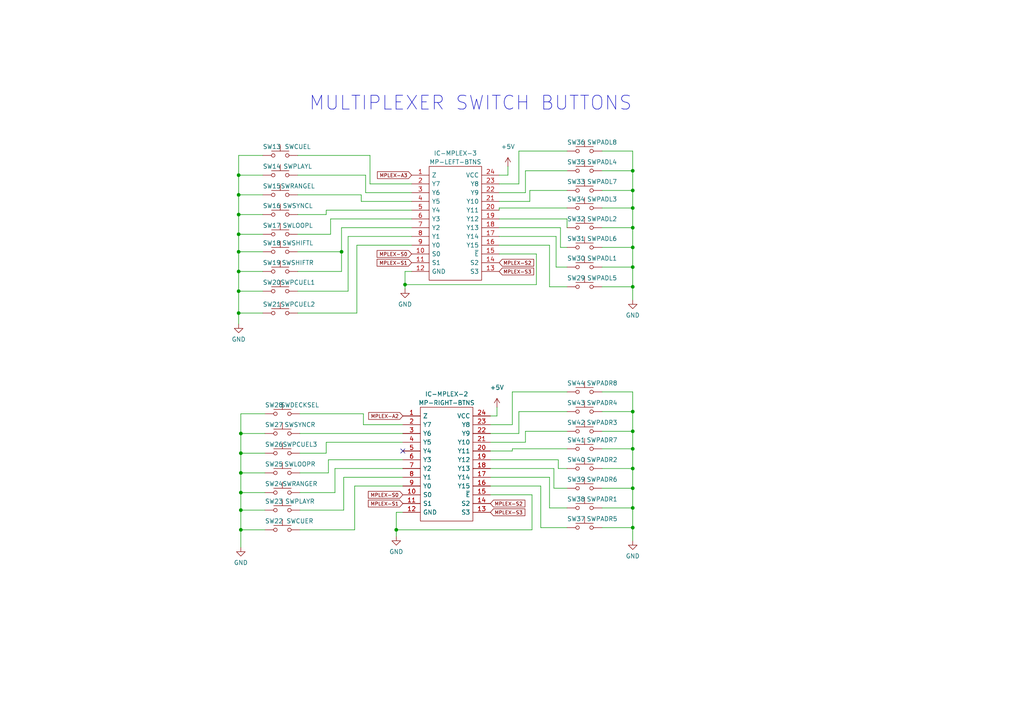
<source format=kicad_sch>
(kicad_sch (version 20210621) (generator eeschema)
  (paper "A4")
  (lib_symbols
    (symbol "mixduino-mk2:74HC4067D,653" (pin_names (offset 0.762))
      (property "Reference" "IC-POTS-1" (at 12.7 6.35 0))
      (property "Value" "74HC4067D,653" (at 12.7 3.81 0))
      (symbol "74HC4067D,653_0_0"
        (pin passive line (at 0 0 0) (length 5.08) (name "Z") (number "1"))
        (pin passive line (at 0 -22.86 0) (length 5.08) (name "S0") (number "10"))
        (pin passive line (at 0 -25.4 0) (length 5.08) (name "S1") (number "11"))
        (pin passive line (at 0 -27.94 0) (length 5.08) (name "GND") (number "12"))
        (pin passive line (at 25.4 -27.94 180) (length 5.08) (name "S3") (number "13"))
        (pin passive line (at 25.4 -25.4 180) (length 5.08) (name "S2") (number "14"))
        (pin passive line (at 25.4 -22.86 180) (length 5.08) (name "~{E}") (number "15"))
        (pin passive line (at 25.4 -20.32 180) (length 5.08) (name "Y15") (number "16"))
        (pin passive line (at 25.4 -17.78 180) (length 5.08) (name "Y14") (number "17"))
        (pin passive line (at 25.4 -15.24 180) (length 5.08) (name "Y13") (number "18"))
        (pin passive line (at 25.4 -12.7 180) (length 5.08) (name "Y12") (number "19"))
        (pin passive line (at 0 -2.54 0) (length 5.08) (name "Y7") (number "2"))
        (pin passive line (at 25.4 -10.16 180) (length 5.08) (name "Y11") (number "20"))
        (pin passive line (at 25.4 -7.62 180) (length 5.08) (name "Y10") (number "21"))
        (pin passive line (at 25.4 -5.08 180) (length 5.08) (name "Y9") (number "22"))
        (pin passive line (at 25.4 -2.54 180) (length 5.08) (name "Y8") (number "23"))
        (pin passive line (at 25.4 0 180) (length 5.08) (name "VCC") (number "24"))
        (pin passive line (at 0 -5.08 0) (length 5.08) (name "Y6") (number "3"))
        (pin passive line (at 0 -7.62 0) (length 5.08) (name "Y5") (number "4"))
        (pin passive line (at 0 -10.16 0) (length 5.08) (name "Y4") (number "5"))
        (pin passive line (at 0 -12.7 0) (length 5.08) (name "Y3") (number "6"))
        (pin passive line (at 0 -15.24 0) (length 5.08) (name "Y2") (number "7"))
        (pin passive line (at 0 -17.78 0) (length 5.08) (name "Y1") (number "8"))
        (pin passive line (at 0 -20.32 0) (length 5.08) (name "Y0") (number "9"))
      )
      (symbol "74HC4067D,653_0_1"
        (polyline (pts (xy 5.08 2.54) (xy 20.32 2.54) (xy 20.32 -30.48) (xy 5.08 -30.48) (xy 5.08 2.54)) (stroke (width 0.1524)))
      )
    )
    (symbol "mixduino-mk2:SW_Push" (pin_numbers hide) (pin_names (offset 1.016) hide)
      (property "Reference" "SW" (at -5.08 2.54 0))
      (property "Value" "SW_Push" (at 5.08 2.54 0))
      (symbol "SW_Push_0_1"
        (circle (center -2.032 0) (radius 0.508))
        (circle (center 2.032 0) (radius 0.508))
        (polyline (pts (xy 0 1.27) (xy 0 3.048)))
        (polyline (pts (xy 2.54 1.27) (xy -2.54 1.27)))
        (pin passive line (at -5.08 0 0) (length 2.54) (name "1") (number "1"))
        (pin passive line (at 5.08 0 180) (length 2.54) (name "2") (number "2"))
      )
    )
    (symbol "power:+5V" (power) (pin_names (offset 0))
      (property "Value" "+5V" (at 0 3.556 0))
      (symbol "+5V_0_1"
        (polyline (pts (xy -0.762 1.27) (xy 0 2.54)))
        (polyline (pts (xy 0 0) (xy 0 2.54)))
        (polyline (pts (xy 0 2.54) (xy 0.762 1.27)))
      )
      (symbol "+5V_1_1"
        (pin power_in line (at 0 0 90) (length 0) hide (name "+5V") (number "1"))
      )
    )
    (symbol "power:GND" (power) (pin_names (offset 0))
      (property "Value" "GND" (at 0 -3.81 0))
      (symbol "GND_0_1"
        (polyline (pts (xy 0 0) (xy 0 -1.27) (xy 1.27 -1.27) (xy 0 -2.54) (xy -1.27 -1.27) (xy 0 -1.27)))
      )
      (symbol "GND_1_1"
        (pin power_in line (at 0 0 270) (length 0) hide (name "GND") (number "1"))
      )
    )
  )
  (junction (at 69.215 50.8))
  (junction (at 69.215 56.515))
  (junction (at 69.215 62.23))
  (junction (at 69.215 67.945))
  (junction (at 69.215 73.025))
  (junction (at 69.215 78.74))
  (junction (at 69.215 84.455))
  (junction (at 69.215 90.805))
  (junction (at 69.85 125.73))
  (junction (at 69.85 131.445))
  (junction (at 69.85 137.16))
  (junction (at 69.85 142.875))
  (junction (at 69.85 147.955))
  (junction (at 69.85 153.67))
  (junction (at 99.06 73.025))
  (junction (at 114.935 153.67))
  (junction (at 117.475 82.55))
  (junction (at 183.515 49.53))
  (junction (at 183.515 55.245))
  (junction (at 183.515 60.325))
  (junction (at 183.515 66.04))
  (junction (at 183.515 71.755))
  (junction (at 183.515 77.47))
  (junction (at 183.515 83.185))
  (junction (at 183.515 119.38))
  (junction (at 183.515 125.095))
  (junction (at 183.515 130.175))
  (junction (at 183.515 135.89))
  (junction (at 183.515 141.605))
  (junction (at 183.515 147.32))
  (junction (at 183.515 153.035))
  (no_connect (at 116.84 130.81))
  (wire (pts (xy 69.215 45.085) (xy 69.215 50.8)))
  (wire (pts (xy 69.215 50.8) (xy 69.215 56.515)))
  (wire (pts (xy 69.215 56.515) (xy 69.215 62.23)))
  (wire (pts (xy 69.215 62.23) (xy 69.215 67.945)))
  (wire (pts (xy 69.215 67.945) (xy 69.215 73.025)))
  (wire (pts (xy 69.215 78.74) (xy 69.215 73.025)))
  (wire (pts (xy 69.215 78.74) (xy 69.215 84.455)))
  (wire (pts (xy 69.215 84.455) (xy 69.215 90.805)))
  (wire (pts (xy 69.215 90.805) (xy 69.215 93.98)))
  (wire (pts (xy 69.85 120.015) (xy 69.85 125.73)))
  (wire (pts (xy 69.85 125.73) (xy 69.85 131.445)))
  (wire (pts (xy 69.85 131.445) (xy 69.85 137.16)))
  (wire (pts (xy 69.85 137.16) (xy 69.85 142.875)))
  (wire (pts (xy 69.85 142.875) (xy 69.85 147.955)))
  (wire (pts (xy 69.85 147.955) (xy 69.85 153.67)))
  (wire (pts (xy 69.85 153.67) (xy 76.835 153.67)))
  (wire (pts (xy 69.85 158.75) (xy 69.85 153.67)))
  (wire (pts (xy 76.2 45.085) (xy 69.215 45.085)))
  (wire (pts (xy 76.2 50.8) (xy 69.215 50.8)))
  (wire (pts (xy 76.2 56.515) (xy 69.215 56.515)))
  (wire (pts (xy 76.2 62.23) (xy 69.215 62.23)))
  (wire (pts (xy 76.2 67.945) (xy 69.215 67.945)))
  (wire (pts (xy 76.2 73.025) (xy 69.215 73.025)))
  (wire (pts (xy 76.2 78.74) (xy 69.215 78.74)))
  (wire (pts (xy 76.2 84.455) (xy 69.215 84.455)))
  (wire (pts (xy 76.2 90.805) (xy 69.215 90.805)))
  (wire (pts (xy 76.835 120.015) (xy 69.85 120.015)))
  (wire (pts (xy 76.835 125.73) (xy 69.85 125.73)))
  (wire (pts (xy 76.835 131.445) (xy 69.85 131.445)))
  (wire (pts (xy 76.835 137.16) (xy 69.85 137.16)))
  (wire (pts (xy 76.835 142.875) (xy 69.85 142.875)))
  (wire (pts (xy 76.835 147.955) (xy 69.85 147.955)))
  (wire (pts (xy 86.36 45.085) (xy 107.315 45.085)))
  (wire (pts (xy 86.36 50.8) (xy 106.045 50.8)))
  (wire (pts (xy 86.36 62.23) (xy 94.615 62.23)))
  (wire (pts (xy 86.36 67.945) (xy 95.885 67.945)))
  (wire (pts (xy 86.36 78.74) (xy 99.06 78.74)))
  (wire (pts (xy 86.36 90.805) (xy 103.505 90.805)))
  (wire (pts (xy 86.995 120.015) (xy 105.41 120.015)))
  (wire (pts (xy 86.995 125.73) (xy 116.84 125.73)))
  (wire (pts (xy 86.995 131.445) (xy 94.615 131.445)))
  (wire (pts (xy 86.995 137.16) (xy 95.25 137.16)))
  (wire (pts (xy 86.995 153.67) (xy 102.87 153.67)))
  (wire (pts (xy 94.615 60.96) (xy 119.38 60.96)))
  (wire (pts (xy 94.615 62.23) (xy 94.615 60.96)))
  (wire (pts (xy 94.615 128.27) (xy 116.84 128.27)))
  (wire (pts (xy 94.615 131.445) (xy 94.615 128.27)))
  (wire (pts (xy 95.25 133.35) (xy 116.84 133.35)))
  (wire (pts (xy 95.25 137.16) (xy 95.25 133.35)))
  (wire (pts (xy 95.885 63.5) (xy 119.38 63.5)))
  (wire (pts (xy 95.885 67.945) (xy 95.885 63.5)))
  (wire (pts (xy 97.155 135.89) (xy 97.155 142.875)))
  (wire (pts (xy 97.155 142.875) (xy 86.995 142.875)))
  (wire (pts (xy 99.06 66.04) (xy 99.06 73.025)))
  (wire (pts (xy 99.06 73.025) (xy 86.36 73.025)))
  (wire (pts (xy 99.06 78.74) (xy 99.06 73.025)))
  (wire (pts (xy 99.695 138.43) (xy 99.695 147.955)))
  (wire (pts (xy 99.695 147.955) (xy 86.995 147.955)))
  (wire (pts (xy 100.965 68.58) (xy 100.965 84.455)))
  (wire (pts (xy 100.965 84.455) (xy 86.36 84.455)))
  (wire (pts (xy 102.87 140.97) (xy 102.87 153.67)))
  (wire (pts (xy 102.87 140.97) (xy 116.84 140.97)))
  (wire (pts (xy 103.505 71.12) (xy 103.505 90.805)))
  (wire (pts (xy 103.505 71.12) (xy 119.38 71.12)))
  (wire (pts (xy 104.775 56.515) (xy 86.36 56.515)))
  (wire (pts (xy 104.775 58.42) (xy 104.775 56.515)))
  (wire (pts (xy 105.41 120.015) (xy 105.41 123.19)))
  (wire (pts (xy 105.41 123.19) (xy 116.84 123.19)))
  (wire (pts (xy 106.045 50.8) (xy 106.045 55.88)))
  (wire (pts (xy 106.045 55.88) (xy 119.38 55.88)))
  (wire (pts (xy 107.315 45.085) (xy 107.315 53.34)))
  (wire (pts (xy 107.315 53.34) (xy 119.38 53.34)))
  (wire (pts (xy 114.935 148.59) (xy 114.935 153.67)))
  (wire (pts (xy 114.935 153.67) (xy 114.935 155.575)))
  (wire (pts (xy 116.84 135.89) (xy 97.155 135.89)))
  (wire (pts (xy 116.84 138.43) (xy 99.695 138.43)))
  (wire (pts (xy 116.84 148.59) (xy 114.935 148.59)))
  (wire (pts (xy 117.475 78.74) (xy 117.475 82.55)))
  (wire (pts (xy 117.475 82.55) (xy 117.475 83.82)))
  (wire (pts (xy 119.38 58.42) (xy 104.775 58.42)))
  (wire (pts (xy 119.38 66.04) (xy 99.06 66.04)))
  (wire (pts (xy 119.38 68.58) (xy 100.965 68.58)))
  (wire (pts (xy 119.38 78.74) (xy 117.475 78.74)))
  (wire (pts (xy 142.24 128.27) (xy 152.4 128.27)))
  (wire (pts (xy 142.24 133.35) (xy 161.925 133.35)))
  (wire (pts (xy 142.24 135.89) (xy 160.655 135.89)))
  (wire (pts (xy 142.24 140.97) (xy 156.845 140.97)))
  (wire (pts (xy 142.24 143.51) (xy 154.305 143.51)))
  (wire (pts (xy 144.145 118.11) (xy 144.145 120.65)))
  (wire (pts (xy 144.145 120.65) (xy 142.24 120.65)))
  (wire (pts (xy 144.78 55.88) (xy 152.4 55.88)))
  (wire (pts (xy 144.78 60.325) (xy 144.78 60.96)))
  (wire (pts (xy 144.78 60.325) (xy 164.465 60.325)))
  (wire (pts (xy 144.78 63.5) (xy 164.465 63.5)))
  (wire (pts (xy 144.78 68.58) (xy 161.29 68.58)))
  (wire (pts (xy 144.78 73.66) (xy 155.575 73.66)))
  (wire (pts (xy 147.32 48.26) (xy 147.32 50.8)))
  (wire (pts (xy 147.32 50.8) (xy 144.78 50.8)))
  (wire (pts (xy 148.59 113.665) (xy 148.59 123.19)))
  (wire (pts (xy 148.59 123.19) (xy 142.24 123.19)))
  (wire (pts (xy 148.59 130.175) (xy 148.59 130.81)))
  (wire (pts (xy 148.59 130.81) (xy 142.24 130.81)))
  (wire (pts (xy 150.495 43.815) (xy 150.495 53.34)))
  (wire (pts (xy 150.495 53.34) (xy 144.78 53.34)))
  (wire (pts (xy 150.495 119.38) (xy 150.495 125.73)))
  (wire (pts (xy 150.495 125.73) (xy 142.24 125.73)))
  (wire (pts (xy 152.4 49.53) (xy 164.465 49.53)))
  (wire (pts (xy 152.4 55.88) (xy 152.4 49.53)))
  (wire (pts (xy 152.4 125.095) (xy 164.465 125.095)))
  (wire (pts (xy 152.4 128.27) (xy 152.4 125.095)))
  (wire (pts (xy 153.67 55.245) (xy 153.67 58.42)))
  (wire (pts (xy 153.67 55.245) (xy 164.465 55.245)))
  (wire (pts (xy 153.67 58.42) (xy 144.78 58.42)))
  (wire (pts (xy 154.305 143.51) (xy 154.305 153.67)))
  (wire (pts (xy 154.305 153.67) (xy 114.935 153.67)))
  (wire (pts (xy 155.575 73.66) (xy 155.575 82.55)))
  (wire (pts (xy 155.575 82.55) (xy 117.475 82.55)))
  (wire (pts (xy 156.845 140.97) (xy 156.845 153.035)))
  (wire (pts (xy 156.845 153.035) (xy 164.465 153.035)))
  (wire (pts (xy 159.385 71.12) (xy 144.78 71.12)))
  (wire (pts (xy 159.385 83.185) (xy 159.385 71.12)))
  (wire (pts (xy 159.385 138.43) (xy 142.24 138.43)))
  (wire (pts (xy 159.385 147.32) (xy 159.385 138.43)))
  (wire (pts (xy 160.655 135.89) (xy 160.655 141.605)))
  (wire (pts (xy 160.655 141.605) (xy 164.465 141.605)))
  (wire (pts (xy 161.29 68.58) (xy 161.29 77.47)))
  (wire (pts (xy 161.29 77.47) (xy 164.465 77.47)))
  (wire (pts (xy 161.925 133.35) (xy 161.925 135.89)))
  (wire (pts (xy 161.925 135.89) (xy 164.465 135.89)))
  (wire (pts (xy 162.56 66.04) (xy 144.78 66.04)))
  (wire (pts (xy 162.56 71.755) (xy 162.56 66.04)))
  (wire (pts (xy 164.465 43.815) (xy 150.495 43.815)))
  (wire (pts (xy 164.465 63.5) (xy 164.465 66.04)))
  (wire (pts (xy 164.465 71.755) (xy 162.56 71.755)))
  (wire (pts (xy 164.465 83.185) (xy 159.385 83.185)))
  (wire (pts (xy 164.465 113.665) (xy 148.59 113.665)))
  (wire (pts (xy 164.465 119.38) (xy 150.495 119.38)))
  (wire (pts (xy 164.465 130.175) (xy 148.59 130.175)))
  (wire (pts (xy 164.465 147.32) (xy 159.385 147.32)))
  (wire (pts (xy 174.625 43.815) (xy 183.515 43.815)))
  (wire (pts (xy 174.625 49.53) (xy 183.515 49.53)))
  (wire (pts (xy 174.625 60.325) (xy 183.515 60.325)))
  (wire (pts (xy 174.625 66.04) (xy 183.515 66.04)))
  (wire (pts (xy 174.625 71.755) (xy 183.515 71.755)))
  (wire (pts (xy 174.625 77.47) (xy 183.515 77.47)))
  (wire (pts (xy 174.625 83.185) (xy 183.515 83.185)))
  (wire (pts (xy 174.625 113.665) (xy 183.515 113.665)))
  (wire (pts (xy 174.625 119.38) (xy 183.515 119.38)))
  (wire (pts (xy 174.625 130.175) (xy 183.515 130.175)))
  (wire (pts (xy 174.625 135.89) (xy 183.515 135.89)))
  (wire (pts (xy 174.625 141.605) (xy 183.515 141.605)))
  (wire (pts (xy 174.625 147.32) (xy 183.515 147.32)))
  (wire (pts (xy 174.625 153.035) (xy 183.515 153.035)))
  (wire (pts (xy 183.515 43.815) (xy 183.515 49.53)))
  (wire (pts (xy 183.515 49.53) (xy 183.515 55.245)))
  (wire (pts (xy 183.515 55.245) (xy 174.625 55.245)))
  (wire (pts (xy 183.515 60.325) (xy 183.515 55.245)))
  (wire (pts (xy 183.515 66.04) (xy 183.515 60.325)))
  (wire (pts (xy 183.515 71.755) (xy 183.515 66.04)))
  (wire (pts (xy 183.515 77.47) (xy 183.515 71.755)))
  (wire (pts (xy 183.515 83.185) (xy 183.515 77.47)))
  (wire (pts (xy 183.515 83.185) (xy 183.515 86.995)))
  (wire (pts (xy 183.515 113.665) (xy 183.515 119.38)))
  (wire (pts (xy 183.515 119.38) (xy 183.515 125.095)))
  (wire (pts (xy 183.515 125.095) (xy 174.625 125.095)))
  (wire (pts (xy 183.515 130.175) (xy 183.515 125.095)))
  (wire (pts (xy 183.515 135.89) (xy 183.515 130.175)))
  (wire (pts (xy 183.515 141.605) (xy 183.515 135.89)))
  (wire (pts (xy 183.515 147.32) (xy 183.515 141.605)))
  (wire (pts (xy 183.515 153.035) (xy 183.515 147.32)))
  (wire (pts (xy 183.515 153.035) (xy 183.515 156.845)))
  (text "MULTIPLEXER SWITCH BUTTONS" (at 89.535 32.385 0) (effects (font (size 4.016 4.016)) (justify left bottom)))
  (global_label "MPLEX-A2" (shape input) (at 116.84 120.65 180) (effects (font (size 1.016 1.016))) (property "Intersheet References" "${INTERSHEET_REFS}" (effects hide)))
  (global_label "MPLEX-S0" (shape input) (at 116.84 143.51 180) (effects (font (size 1.016 1.016))) (property "Intersheet References" "${INTERSHEET_REFS}" (effects hide)))
  (global_label "MPLEX-S1" (shape input) (at 116.84 146.05 180) (effects (font (size 1.016 1.016))) (property "Intersheet References" "${INTERSHEET_REFS}" (effects hide)))
  (global_label "MPLEX-A3" (shape input) (at 119.38 50.8 180) (effects (font (size 1.016 1.016))) (property "Intersheet References" "${INTERSHEET_REFS}" (effects hide)))
  (global_label "MPLEX-S0" (shape input) (at 119.38 73.66 180) (effects (font (size 1.016 1.016))) (property "Intersheet References" "${INTERSHEET_REFS}" (effects hide)))
  (global_label "MPLEX-S1" (shape input) (at 119.38 76.2 180) (effects (font (size 1.016 1.016))) (property "Intersheet References" "${INTERSHEET_REFS}" (effects hide)))
  (global_label "MPLEX-S2" (shape input) (at 142.24 146.05 0) (effects (font (size 1.016 1.016))) (property "Intersheet References" "${INTERSHEET_REFS}" (effects hide)))
  (global_label "MPLEX-S3" (shape input) (at 142.24 148.59 0) (effects (font (size 1.016 1.016))) (property "Intersheet References" "${INTERSHEET_REFS}" (effects hide)))
  (global_label "MPLEX-S2" (shape input) (at 144.78 76.2 0) (effects (font (size 1.016 1.016))) (property "Intersheet References" "${INTERSHEET_REFS}" (effects hide)))
  (global_label "MPLEX-S3" (shape input) (at 144.78 78.74 0) (effects (font (size 1.016 1.016))) (property "Intersheet References" "${INTERSHEET_REFS}" (effects hide)))
  (symbol (lib_id "power:+5V") (at 144.145 118.11 0) (unit 1)
    (property "Reference" "#PWR066" (effects hide))
    (property "Value" "+5V" (at 144.145 112.395 0))
  )
  (symbol (lib_id "power:+5V") (at 147.32 48.26 0) (unit 1)
    (property "Reference" "#PWR067" (effects hide))
    (property "Value" "+5V" (at 147.32 42.545 0))
  )
  (symbol (lib_id "power:GND") (at 69.215 93.98 0) (unit 1)
    (property "Reference" "#PWR062" (effects hide))
    (property "Value" "GND" (at 69.215 98.425 0))
  )
  (symbol (lib_id "power:GND") (at 69.85 158.75 0) (unit 1)
    (property "Reference" "#PWR063" (effects hide))
    (property "Value" "GND" (at 69.85 163.195 0))
  )
  (symbol (lib_id "power:GND") (at 114.935 155.575 0) (unit 1)
    (property "Reference" "#PWR064" (effects hide))
    (property "Value" "GND" (at 114.935 160.02 0))
  )
  (symbol (lib_id "power:GND") (at 117.475 83.82 0) (unit 1)
    (property "Reference" "#PWR065" (effects hide))
    (property "Value" "GND" (at 117.475 88.265 0))
  )
  (symbol (lib_id "power:GND") (at 183.515 86.995 0) (unit 1)
    (property "Reference" "#PWR068" (effects hide))
    (property "Value" "GND" (at 183.515 91.44 0))
  )
  (symbol (lib_id "power:GND") (at 183.515 156.845 0) (unit 1)
    (property "Reference" "#PWR069" (effects hide))
    (property "Value" "GND" (at 183.515 161.29 0))
  )
  (symbol (lib_id "mixduino-mk2:SW_Push") (at 81.28 45.085 0) (unit 1)
    (property "Reference" "SW13" (at 76.2 42.545 0) (effects (justify left)))
    (property "Value" "SWCUEL" (at 86.36 42.545 0))
    (property "Footprint" "Library:SW_Push_1P1T_NO_6x6mm_H8mm" (effects hide))
  )
  (symbol (lib_id "mixduino-mk2:SW_Push") (at 81.28 50.8 0) (unit 1)
    (property "Reference" "SW14" (at 76.2 48.26 0) (effects (justify left)))
    (property "Value" "SWPLAYL" (at 86.36 48.26 0))
    (property "Footprint" "Library:SW_Push_1P1T_NO_6x6mm_H8mm" (effects hide))
  )
  (symbol (lib_id "mixduino-mk2:SW_Push") (at 81.28 56.515 0) (unit 1)
    (property "Reference" "SW15" (at 76.2 53.975 0) (effects (justify left)))
    (property "Value" "SWRANGEL" (at 86.36 53.975 0))
    (property "Footprint" "Library:SW_Push_1P1T_NO_6x6mm_H8mm" (effects hide))
  )
  (symbol (lib_id "mixduino-mk2:SW_Push") (at 81.28 62.23 0) (unit 1)
    (property "Reference" "SW16" (at 76.2 59.69 0) (effects (justify left)))
    (property "Value" "SWSYNCL" (at 86.36 59.69 0))
    (property "Footprint" "Library:SW_Push_1P1T_NO_6x6mm_H8mm" (effects hide))
  )
  (symbol (lib_id "mixduino-mk2:SW_Push") (at 81.28 67.945 0) (unit 1)
    (property "Reference" "SW17" (at 76.2 65.405 0) (effects (justify left)))
    (property "Value" "SWLOOPL" (at 86.36 65.405 0))
    (property "Footprint" "Library:SW_Push_1P1T_NO_6x6mm_H8mm" (effects hide))
  )
  (symbol (lib_id "mixduino-mk2:SW_Push") (at 81.28 73.025 0) (unit 1)
    (property "Reference" "SW18" (at 76.2 70.485 0) (effects (justify left)))
    (property "Value" "SWSHIFTL" (at 86.36 70.485 0))
    (property "Footprint" "Library:SW_Push_1P1T_NO_6x6mm_H8mm" (effects hide))
  )
  (symbol (lib_id "mixduino-mk2:SW_Push") (at 81.28 78.74 0) (unit 1)
    (property "Reference" "SW19" (at 76.2 76.2 0) (effects (justify left)))
    (property "Value" "SWSHIFTR" (at 86.36 76.2 0))
    (property "Footprint" "Library:SW_Push_1P1T_NO_6x6mm_H8mm" (effects hide))
  )
  (symbol (lib_id "mixduino-mk2:SW_Push") (at 81.28 84.455 0) (unit 1)
    (property "Reference" "SW20" (at 76.2 81.915 0) (effects (justify left)))
    (property "Value" "SWPCUEL1" (at 86.36 81.915 0))
    (property "Footprint" "Library:SW_Push_1P1T_NO_6x6mm_H8mm" (effects hide))
  )
  (symbol (lib_id "mixduino-mk2:SW_Push") (at 81.28 90.805 0) (unit 1)
    (property "Reference" "SW21" (at 76.2 88.265 0) (effects (justify left)))
    (property "Value" "SWPCUEL2" (at 86.36 88.265 0))
    (property "Footprint" "Library:SW_Push_1P1T_NO_6x6mm_H8mm" (effects hide))
  )
  (symbol (lib_id "mixduino-mk2:SW_Push") (at 81.915 120.015 0) (unit 1)
    (property "Reference" "SW28" (at 76.835 117.475 0) (effects (justify left)))
    (property "Value" "SWDECKSEL" (at 86.995 117.475 0))
    (property "Footprint" "Library:SW_Push_1P1T_NO_6x6mm_H8mm" (effects hide))
  )
  (symbol (lib_id "mixduino-mk2:SW_Push") (at 81.915 125.73 0) (unit 1)
    (property "Reference" "SW27" (at 76.835 123.19 0) (effects (justify left)))
    (property "Value" "SWSYNCR" (at 86.995 123.19 0))
    (property "Footprint" "Library:SW_Push_1P1T_NO_6x6mm_H8mm" (effects hide))
  )
  (symbol (lib_id "mixduino-mk2:SW_Push") (at 81.915 131.445 0) (unit 1)
    (property "Reference" "SW26" (at 76.835 128.905 0) (effects (justify left)))
    (property "Value" "SWPCUEL3" (at 86.995 128.905 0))
    (property "Footprint" "Library:SW_Push_1P1T_NO_6x6mm_H8mm" (effects hide))
  )
  (symbol (lib_id "mixduino-mk2:SW_Push") (at 81.915 137.16 0) (unit 1)
    (property "Reference" "SW25" (at 76.835 134.62 0) (effects (justify left)))
    (property "Value" "SWLOOPR" (at 86.995 134.62 0))
    (property "Footprint" "Library:SW_Push_1P1T_NO_6x6mm_H8mm" (effects hide))
  )
  (symbol (lib_id "mixduino-mk2:SW_Push") (at 81.915 142.875 0) (unit 1)
    (property "Reference" "SW24" (at 76.835 140.335 0) (effects (justify left)))
    (property "Value" "SWRANGER" (at 86.995 140.335 0))
    (property "Footprint" "Library:SW_Push_1P1T_NO_6x6mm_H8mm" (effects hide))
  )
  (symbol (lib_id "mixduino-mk2:SW_Push") (at 81.915 147.955 0) (unit 1)
    (property "Reference" "SW23" (at 76.835 145.415 0) (effects (justify left)))
    (property "Value" "SWPLAYR" (at 86.995 145.415 0))
    (property "Footprint" "Library:SW_Push_1P1T_NO_6x6mm_H8mm" (effects hide))
  )
  (symbol (lib_id "mixduino-mk2:SW_Push") (at 81.915 153.67 0) (unit 1)
    (property "Reference" "SW22" (at 76.835 151.13 0) (effects (justify left)))
    (property "Value" "SWCUER" (at 86.995 151.13 0))
    (property "Footprint" "Library:SW_Push_1P1T_NO_6x6mm_H8mm" (effects hide))
  )
  (symbol (lib_id "mixduino-mk2:SW_Push") (at 169.545 43.815 0) (unit 1)
    (property "Reference" "SW36" (at 164.465 41.275 0) (effects (justify left)))
    (property "Value" "SWPADL8" (at 174.625 41.275 0))
    (property "Footprint" "Library:sw-pad" (effects hide))
  )
  (symbol (lib_id "mixduino-mk2:SW_Push") (at 169.545 49.53 0) (unit 1)
    (property "Reference" "SW35" (at 164.465 46.99 0) (effects (justify left)))
    (property "Value" "SWPADL4" (at 174.625 46.99 0))
    (property "Footprint" "Library:sw-pad" (effects hide))
  )
  (symbol (lib_id "mixduino-mk2:SW_Push") (at 169.545 55.245 0) (unit 1)
    (property "Reference" "SW33" (at 164.465 52.705 0) (effects (justify left)))
    (property "Value" "SWPADL7" (at 174.625 52.705 0))
    (property "Footprint" "Library:sw-pad" (effects hide))
  )
  (symbol (lib_id "mixduino-mk2:SW_Push") (at 169.545 60.325 0) (unit 1)
    (property "Reference" "SW34" (at 164.465 57.785 0) (effects (justify left)))
    (property "Value" "SWPADL3" (at 174.625 57.785 0))
    (property "Footprint" "Library:sw-pad" (effects hide))
  )
  (symbol (lib_id "mixduino-mk2:SW_Push") (at 169.545 66.04 0) (unit 1)
    (property "Reference" "SW32" (at 164.465 63.5 0) (effects (justify left)))
    (property "Value" "SWPADL2" (at 174.625 63.5 0))
    (property "Footprint" "Library:sw-pad" (effects hide))
  )
  (symbol (lib_id "mixduino-mk2:SW_Push") (at 169.545 71.755 0) (unit 1)
    (property "Reference" "SW31" (at 164.465 69.215 0) (effects (justify left)))
    (property "Value" "SWPADL6" (at 174.625 69.215 0))
    (property "Footprint" "Library:sw-pad" (effects hide))
  )
  (symbol (lib_id "mixduino-mk2:SW_Push") (at 169.545 77.47 0) (unit 1)
    (property "Reference" "SW30" (at 164.465 74.93 0) (effects (justify left)))
    (property "Value" "SWPADL1" (at 174.625 74.93 0))
    (property "Footprint" "Library:sw-pad" (effects hide))
  )
  (symbol (lib_id "mixduino-mk2:SW_Push") (at 169.545 83.185 0) (unit 1)
    (property "Reference" "SW29" (at 164.465 80.645 0) (effects (justify left)))
    (property "Value" "SWPADL5" (at 174.625 80.645 0))
    (property "Footprint" "Library:sw-pad" (effects hide))
  )
  (symbol (lib_id "mixduino-mk2:SW_Push") (at 169.545 113.665 0) (unit 1)
    (property "Reference" "SW44" (at 164.465 111.125 0) (effects (justify left)))
    (property "Value" "SWPADR8" (at 174.625 111.125 0))
    (property "Footprint" "Library:sw-pad" (effects hide))
  )
  (symbol (lib_id "mixduino-mk2:SW_Push") (at 169.545 119.38 0) (unit 1)
    (property "Reference" "SW43" (at 164.465 116.84 0) (effects (justify left)))
    (property "Value" "SWPADR4" (at 174.625 116.84 0))
    (property "Footprint" "Library:sw-pad" (effects hide))
  )
  (symbol (lib_id "mixduino-mk2:SW_Push") (at 169.545 125.095 0) (unit 1)
    (property "Reference" "SW42" (at 164.465 122.555 0) (effects (justify left)))
    (property "Value" "SWPADR3" (at 174.625 122.555 0))
    (property "Footprint" "Library:sw-pad" (effects hide))
  )
  (symbol (lib_id "mixduino-mk2:SW_Push") (at 169.545 130.175 0) (unit 1)
    (property "Reference" "SW41" (at 164.465 127.635 0) (effects (justify left)))
    (property "Value" "SWPADR7" (at 174.625 127.635 0))
    (property "Footprint" "Library:sw-pad" (effects hide))
  )
  (symbol (lib_id "mixduino-mk2:SW_Push") (at 169.545 135.89 0) (unit 1)
    (property "Reference" "SW40" (at 164.465 133.35 0) (effects (justify left)))
    (property "Value" "SWPADR2" (at 174.625 133.35 0))
    (property "Footprint" "Library:sw-pad" (effects hide))
  )
  (symbol (lib_id "mixduino-mk2:SW_Push") (at 169.545 141.605 0) (unit 1)
    (property "Reference" "SW39" (at 164.465 139.065 0) (effects (justify left)))
    (property "Value" "SWPADR6" (at 174.625 139.065 0))
    (property "Footprint" "Library:sw-pad" (effects hide))
  )
  (symbol (lib_id "mixduino-mk2:SW_Push") (at 169.545 147.32 0) (unit 1)
    (property "Reference" "SW38" (at 164.465 144.78 0) (effects (justify left)))
    (property "Value" "SWPADR1" (at 174.625 144.78 0))
    (property "Footprint" "Library:sw-pad" (effects hide))
  )
  (symbol (lib_id "mixduino-mk2:SW_Push") (at 169.545 153.035 0) (unit 1)
    (property "Reference" "SW37" (at 164.465 150.495 0) (effects (justify left)))
    (property "Value" "SWPADR5" (at 174.625 150.495 0))
    (property "Footprint" "Library:sw-pad" (effects hide))
  )
  (symbol (lib_id "mixduino-mk2:74HC4067D,653") (at 116.84 120.65 0) (unit 1)
    (property "Reference" "IC-MPLEX-2" (at 129.54 114.3 0))
    (property "Value" "MP-RIGHT-BTNS" (at 129.54 116.84 0))
    (property "Footprint" "Library:SOIC-24W_7.5x15.4mm_P1.27mm" (effects hide))
    (property "Datasheet" "https://assets.nexperia.com/documents/data-sheet/74HC_HCT4067.pdf" (effects hide))
    (property "Description" "74HC(T)4067 - 16-channel analog multiplexer/demultiplexer@en-us" (effects hide))
    (property "Height" "2.65" (effects hide))
    (property "Mouser Part Number" "771-HC4067D653" (effects hide))
    (property "Mouser Price/Stock" "https://www.mouser.co.uk/ProductDetail/Nexperia/74HC4067D653/?qs=P62ublwmbi%252BFF8o5S2zq0w%3D%3D" (effects hide))
    (property "Manufacturer_Name" "Nexperia" (effects hide))
    (property "Manufacturer_Part_Number" "74HC4067D,653" (effects hide))
  )
  (symbol (lib_id "mixduino-mk2:74HC4067D,653") (at 119.38 50.8 0) (unit 1)
    (property "Reference" "IC-MPLEX-3" (at 132.08 44.45 0))
    (property "Value" "MP-LEFT-BTNS" (at 132.08 46.99 0))
    (property "Footprint" "Library:SOIC-24W_7.5x15.4mm_P1.27mm" (effects hide))
    (property "Datasheet" "https://assets.nexperia.com/documents/data-sheet/74HC_HCT4067.pdf" (effects hide))
    (property "Description" "74HC(T)4067 - 16-channel analog multiplexer/demultiplexer@en-us" (effects hide))
    (property "Height" "2.65" (effects hide))
    (property "Mouser Part Number" "771-HC4067D653" (effects hide))
    (property "Mouser Price/Stock" "https://www.mouser.co.uk/ProductDetail/Nexperia/74HC4067D653/?qs=P62ublwmbi%252BFF8o5S2zq0w%3D%3D" (effects hide))
    (property "Manufacturer_Name" "Nexperia" (effects hide))
    (property "Manufacturer_Part_Number" "74HC4067D,653" (effects hide))
  )
)
</source>
